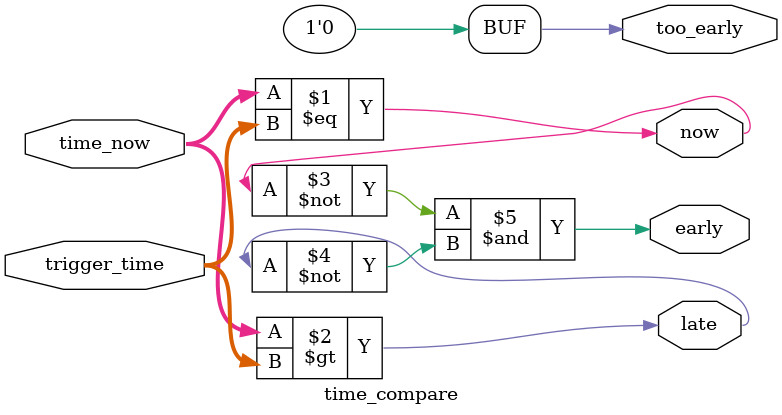
<source format=v>
module time_compare
  (input [63:0] time_now,
   input [63:0] trigger_time,
   output now,
   output early,
   output late,
   output too_early);

    assign now = time_now == trigger_time;
    assign late = time_now > trigger_time;
    assign early = ~now & ~late;
    assign too_early = 0; endmodule 
</source>
